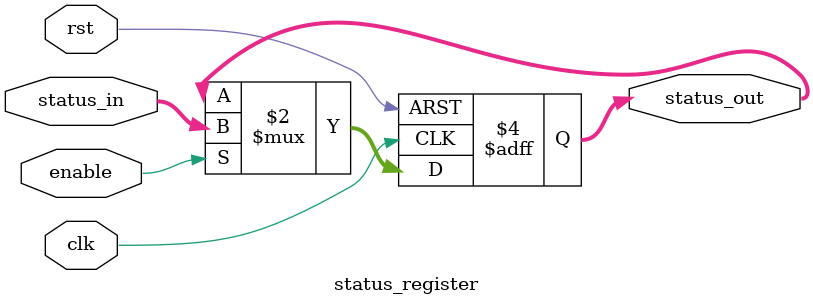
<source format=v>
module status_register(
    input wire clk, rst, enable,
    input wire [3:0] status_in,

    output reg [3:0] status_out
);



    always @(negedge clk or posedge rst) begin
        if (rst) 
            status_out <= 4'b0;
        else if (enable) 
            status_out <= status_in;
    end

endmodule

</source>
